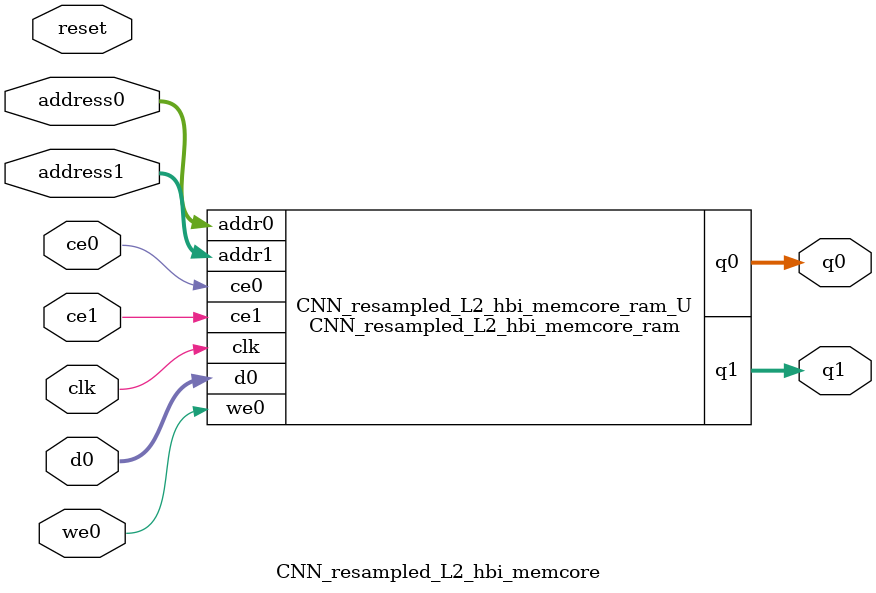
<source format=v>

`timescale 1 ns / 1 ps
module CNN_resampled_L2_hbi_memcore_ram (addr0, ce0, d0, we0, q0, addr1, ce1, q1,  clk);

parameter DWIDTH = 25;
parameter AWIDTH = 10;
parameter MEM_SIZE = 980;

input[AWIDTH-1:0] addr0;
input ce0;
input[DWIDTH-1:0] d0;
input we0;
output reg[DWIDTH-1:0] q0;
input[AWIDTH-1:0] addr1;
input ce1;
output reg[DWIDTH-1:0] q1;
input clk;

(* ram_style = "block" *)reg [DWIDTH-1:0] ram[0:MEM_SIZE-1];




always @(posedge clk)  
begin 
    if (ce0) 
    begin
        if (we0) 
        begin 
            ram[addr0] <= d0; 
            q0 <= d0;
        end 
        else 
            q0 <= ram[addr0];
    end
end


always @(posedge clk)  
begin 
    if (ce1) 
    begin
            q1 <= ram[addr1];
    end
end


endmodule


`timescale 1 ns / 1 ps
module CNN_resampled_L2_hbi_memcore(
    reset,
    clk,
    address0,
    ce0,
    we0,
    d0,
    q0,
    address1,
    ce1,
    q1);

parameter DataWidth = 32'd25;
parameter AddressRange = 32'd980;
parameter AddressWidth = 32'd10;
input reset;
input clk;
input[AddressWidth - 1:0] address0;
input ce0;
input we0;
input[DataWidth - 1:0] d0;
output[DataWidth - 1:0] q0;
input[AddressWidth - 1:0] address1;
input ce1;
output[DataWidth - 1:0] q1;



CNN_resampled_L2_hbi_memcore_ram CNN_resampled_L2_hbi_memcore_ram_U(
    .clk( clk ),
    .addr0( address0 ),
    .ce0( ce0 ),
    .we0( we0 ),
    .d0( d0 ),
    .q0( q0 ),
    .addr1( address1 ),
    .ce1( ce1 ),
    .q1( q1 ));

endmodule


</source>
